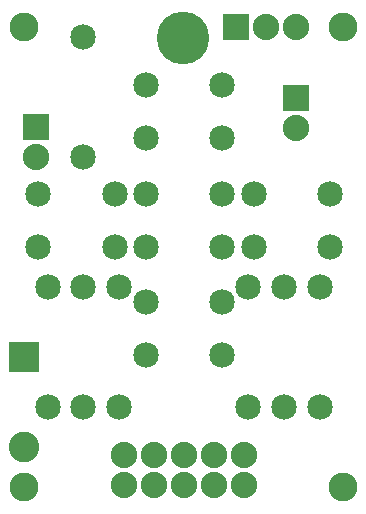
<source format=gts>
G04 MADE WITH FRITZING*
G04 WWW.FRITZING.ORG*
G04 DOUBLE SIDED*
G04 HOLES PLATED*
G04 CONTOUR ON CENTER OF CONTOUR VECTOR*
%ASAXBY*%
%FSLAX23Y23*%
%MOIN*%
%OFA0B0*%
%SFA1.0B1.0*%
%ADD10C,0.088000*%
%ADD11C,0.085000*%
%ADD12C,0.096614*%
%ADD13C,0.175354*%
%ADD14C,0.102000*%
%ADD15R,0.088000X0.088000*%
%ADD16R,0.102000X0.102000*%
%LNMASK1*%
G90*
G70*
G54D10*
X118Y1281D03*
X118Y1181D03*
G54D11*
X275Y1181D03*
X275Y1581D03*
G54D10*
X784Y1614D03*
X884Y1614D03*
X984Y1614D03*
X984Y1378D03*
X984Y1278D03*
X411Y86D03*
X511Y86D03*
X611Y86D03*
X711Y86D03*
X811Y86D03*
X411Y86D03*
X511Y86D03*
X611Y86D03*
X711Y86D03*
X811Y86D03*
X811Y186D03*
X711Y186D03*
X611Y186D03*
X511Y186D03*
X411Y186D03*
G54D12*
X78Y1614D03*
X1141Y1614D03*
X78Y79D03*
X1141Y79D03*
G54D13*
X609Y1575D03*
G54D11*
X483Y1420D03*
X739Y1420D03*
X483Y1242D03*
X739Y1242D03*
X380Y880D03*
X124Y880D03*
X380Y1057D03*
X124Y1057D03*
X483Y698D03*
X739Y698D03*
X483Y521D03*
X739Y521D03*
X1099Y881D03*
X843Y881D03*
X1099Y1058D03*
X843Y1058D03*
X739Y881D03*
X483Y881D03*
X739Y1058D03*
X483Y1058D03*
X157Y748D03*
X157Y348D03*
X275Y748D03*
X275Y348D03*
X1063Y748D03*
X1063Y348D03*
X945Y748D03*
X945Y348D03*
X826Y748D03*
X826Y348D03*
X393Y748D03*
X393Y348D03*
G54D14*
X78Y512D03*
X78Y212D03*
G54D15*
X118Y1281D03*
X784Y1614D03*
X984Y1378D03*
G54D16*
X78Y512D03*
G04 End of Mask1*
M02*
</source>
